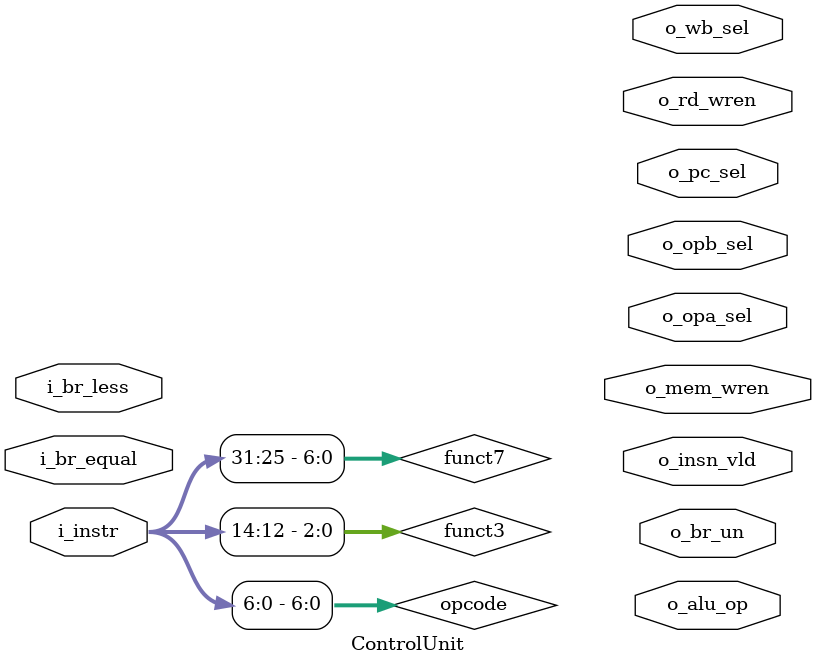
<source format=sv>
module ControlUnit (i_instr, i_br_less, i_br_equal, o_pc_sel, o_rd_wren, o_br_un, o_opa_sel, o_opb_sel, 
                     o_alu_op, o_mem_wren, o_wb_sel, o_insn_vld);

 input [31:0] i_instr;
 input i_br_less, i_br_equal;

 output o_pc_sel, o_rd_wren, o_insn_vld, o_br_un, o_mem_wren;
 output o_opa_sel, o_opb_sel;
 output [3:0] o_alu_op;
 output [1:0] o_wb_sel;
 
 
    // Giải mã i_instruction
 wire [6:0] opcode;
 wire [2:0] funct3;
 wire [6:0] funct7;
 
 localparam R_TYPE = 7'b011_0011;
 localparam I_TYPE_1 = 7'b001_0011;
 localparam I_TYPE_2 = 7'b110_0111;
 localparam I_TYPE_3 = 7'b000_0011;
 localparam S_TYPE = 7'b010_0011;
 localparam B_TYPE = 7'b110_0011;
 localparam U_TYPE_1 = 7'b011_0111;
 localparam U_TYPE_2 = 7'b001_0111;
 localparam J_TYPE = 7'b110_1111;
 
 assign opcode = i_instr[6:0];
 assign funct3 = i_instr[14:12];
 assign funct7 = i_instr[31:25];

 
 
 endmodule
</source>
